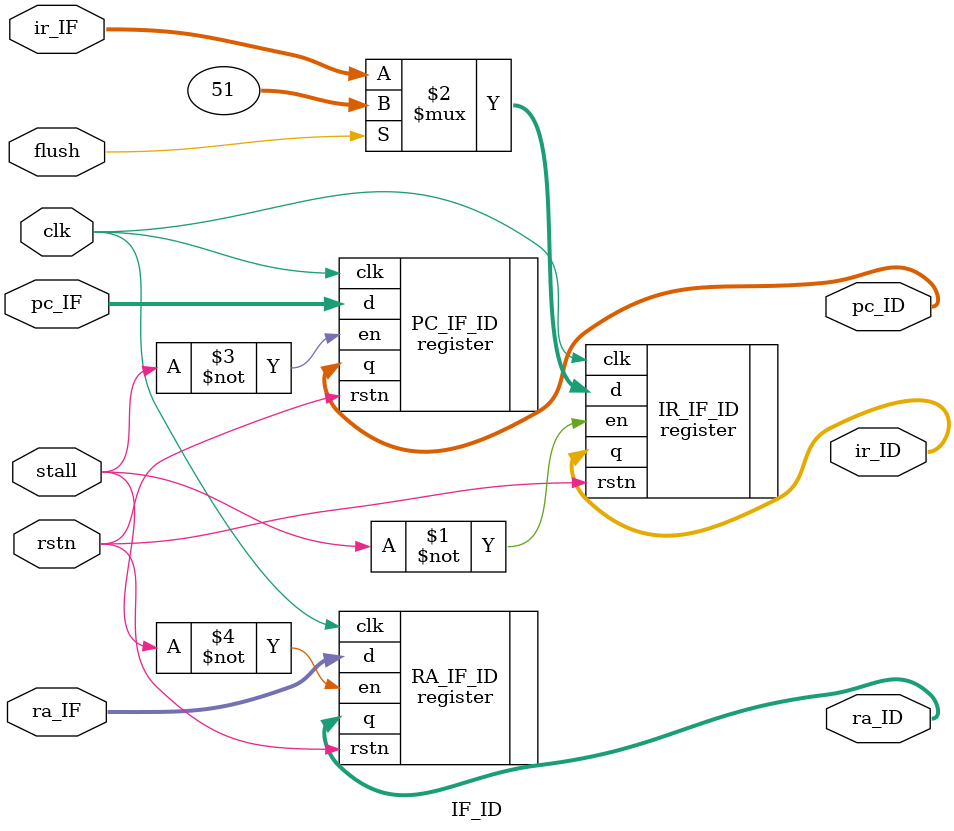
<source format=v>
`timescale 1ns / 1ps


module IF_ID(
    input clk, rstn, stall, flush,
    input [31:0] ir_IF, pc_IF,
    input [31:0] ra_IF,
    output [31:0] ir_ID, pc_ID,
    output [31:0] ra_ID
    );

    localparam NOP = 32'h0000_0033;

    register #(.WIDTH (32)) IR_IF_ID (
        .clk  (clk),
        .rstn (rstn),
        .en   (~stall),
        .d    (flush ? NOP : ir_IF),
        .q    (ir_ID)
    );

    register #(.WIDTH (32)) PC_IF_ID (
        .clk  (clk),
        .rstn (rstn),
        .en   (~stall),
        .d    (pc_IF),
        .q    (pc_ID)
    );

    register #(.WIDTH (32)) RA_IF_ID (
        .clk  (clk),
        .rstn (rstn),
        .en   (~stall),
        .d    (ra_IF),
        .q    (ra_ID)
    );

endmodule

</source>
